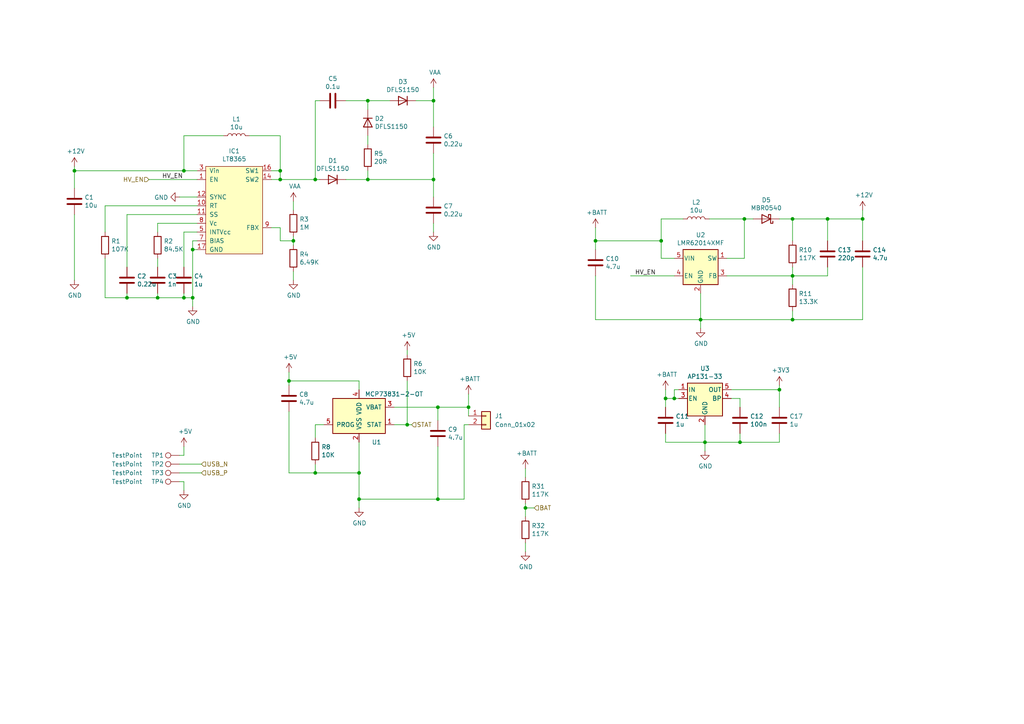
<source format=kicad_sch>
(kicad_sch (version 20211123) (generator eeschema)
  (paper "A4")
  (lib_symbols
    (symbol "Battery_Management:MCP73831-2-OT" (pin_names (offset 1.016))
      (property "Reference" "U" (at -7.62 6.35 0))
      (property "Value" "MCP73831-2-OT" (at 1.27 6.35 0))
      (symbol "MCP73831-2-OT_0_1"
        (rectangle (start -7.62 5.08) (end 7.62 -5.08) (stroke (width 0.254)) (fill (type background)))
      )
      (symbol "MCP73831-2-OT_1_1"
        (pin output line (at 10.16 -2.54 180) (length 2.54) (name "STAT") (number "1"))
        (pin power_in line (at 0 -7.62 90) (length 2.54) (name "VSS") (number "2"))
        (pin power_out line (at 10.16 2.54 180) (length 2.54) (name "VBAT") (number "3"))
        (pin power_in line (at 0 7.62 270) (length 2.54) (name "VDD") (number "4"))
        (pin input line (at -10.16 -2.54 0) (length 2.54) (name "PROG") (number "5"))
      )
    )
    (symbol "Connector:TestPoint" (pin_numbers hide) (pin_names (offset 0.762) hide)
      (property "Reference" "TP" (at 0 6.858 0))
      (property "Value" "TestPoint" (at 0 5.08 0))
      (symbol "TestPoint_0_1"
        (circle (center 0 3.302) (radius 0.762))
      )
      (symbol "TestPoint_1_1"
        (pin passive line (at 0 0 90) (length 2.54) (name "1") (number "1"))
      )
    )
    (symbol "Connector_Generic:Conn_01x02" (pin_names (offset 1.016) hide)
      (property "Reference" "J" (at 0 2.54 0))
      (property "Value" "Conn_01x02" (at 0 -5.08 0))
      (symbol "Conn_01x02_1_1"
        (rectangle (start -1.27 -2.413) (end 0 -2.667) (stroke (width 0.1524)))
        (rectangle (start -1.27 0.127) (end 0 -0.127) (stroke (width 0.1524)))
        (rectangle (start -1.27 1.27) (end 1.27 -3.81) (stroke (width 0.254)) (fill (type background)))
        (pin passive line (at -5.08 0 0) (length 3.81) (name "Pin_1") (number "1"))
        (pin passive line (at -5.08 -2.54 0) (length 3.81) (name "Pin_2") (number "2"))
      )
    )
    (symbol "Device:C" (pin_numbers hide) (pin_names (offset 0.254))
      (property "Reference" "C" (at 0.635 2.54 0))
      (property "Value" "C" (at 0.635 -2.54 0))
      (symbol "C_0_1"
        (polyline (pts (xy -2.032 -0.762) (xy 2.032 -0.762)) (stroke (width 0.508)))
        (polyline (pts (xy -2.032 0.762) (xy 2.032 0.762)) (stroke (width 0.508)))
      )
      (symbol "C_1_1"
        (pin passive line (at 0 3.81 270) (length 2.794) (name "~") (number "1"))
        (pin passive line (at 0 -3.81 90) (length 2.794) (name "~") (number "2"))
      )
    )
    (symbol "Device:D" (pin_numbers hide) (pin_names (offset 1.016) hide)
      (property "Reference" "D" (at 0 2.54 0))
      (property "Value" "D" (at 0 -2.54 0))
      (symbol "D_0_1"
        (polyline (pts (xy -1.27 1.27) (xy -1.27 -1.27)) (stroke (width 0.254)))
        (polyline (pts (xy 1.27 0) (xy -1.27 0)))
        (polyline (pts (xy 1.27 1.27) (xy 1.27 -1.27) (xy -1.27 0) (xy 1.27 1.27)) (stroke (width 0.254)))
      )
      (symbol "D_1_1"
        (pin passive line (at -3.81 0 0) (length 2.54) (name "K") (number "1"))
        (pin passive line (at 3.81 0 180) (length 2.54) (name "A") (number "2"))
      )
    )
    (symbol "Device:L" (pin_numbers hide) (pin_names (offset 1.016) hide)
      (property "Reference" "L" (at -1.27 0 90))
      (property "Value" "L" (at 1.905 0 90))
      (symbol "L_0_1"
        (arc (start 0 -2.54) (mid 0.635 -1.905) (end 0 -1.27))
        (arc (start 0 -1.27) (mid 0.635 -0.635) (end 0 0))
        (arc (start 0 0) (mid 0.635 0.635) (end 0 1.27))
        (arc (start 0 1.27) (mid 0.635 1.905) (end 0 2.54))
      )
      (symbol "L_1_1"
        (pin passive line (at 0 3.81 270) (length 1.27) (name "1") (number "1"))
        (pin passive line (at 0 -3.81 90) (length 1.27) (name "2") (number "2"))
      )
    )
    (symbol "Device:R" (pin_numbers hide) (pin_names (offset 0))
      (property "Reference" "R" (at 2.032 0 90))
      (property "Value" "R" (at 0 0 90))
      (symbol "R_0_1"
        (rectangle (start -1.016 -2.54) (end 1.016 2.54) (stroke (width 0.254)))
      )
      (symbol "R_1_1"
        (pin passive line (at 0 3.81 270) (length 1.27) (name "~") (number "1"))
        (pin passive line (at 0 -3.81 90) (length 1.27) (name "~") (number "2"))
      )
    )
    (symbol "Diode:MBR0540" (pin_numbers hide) (pin_names (offset 1.016) hide)
      (property "Reference" "D" (at 0 2.54 0))
      (property "Value" "MBR0540" (at 0 -2.54 0))
      (symbol "MBR0540_0_1"
        (polyline (pts (xy 1.27 0) (xy -1.27 0)))
        (polyline (pts (xy 1.27 1.27) (xy 1.27 -1.27) (xy -1.27 0) (xy 1.27 1.27)) (stroke (width 0.254)))
        (polyline (pts (xy -1.905 0.635) (xy -1.905 1.27) (xy -1.27 1.27) (xy -1.27 -1.27) (xy -0.635 -1.27) (xy -0.635 -0.635)) (stroke (width 0.254)))
      )
      (symbol "MBR0540_1_1"
        (pin passive line (at -3.81 0 0) (length 2.54) (name "K") (number "1"))
        (pin passive line (at 3.81 0 180) (length 2.54) (name "A") (number "2"))
      )
    )
    (symbol "Regulator_Linear:AP131-33" (pin_names (offset 0.254))
      (property "Reference" "U" (at -3.81 5.715 0))
      (property "Value" "AP131-33" (at 0 5.715 0))
      (symbol "AP131-33_0_1"
        (rectangle (start -5.08 4.445) (end 5.08 -5.08) (stroke (width 0.254)) (fill (type background)))
      )
      (symbol "AP131-33_1_1"
        (pin power_in line (at -7.62 2.54 0) (length 2.54) (name "IN") (number "1"))
        (pin power_in line (at 0 -7.62 90) (length 2.54) (name "GND") (number "2"))
        (pin input line (at -7.62 0 0) (length 2.54) (name "EN") (number "3"))
        (pin input line (at 7.62 0 180) (length 2.54) (name "BP") (number "4"))
        (pin power_out line (at 7.62 2.54 180) (length 2.54) (name "OUT") (number "5"))
      )
    )
    (symbol "Regulator_Switching:LMR62014XMF" (pin_names (offset 0.254))
      (property "Reference" "U" (at -5.08 6.35 0))
      (property "Value" "LMR62014XMF" (at 0 6.35 0))
      (symbol "LMR62014XMF_0_1"
        (rectangle (start -5.08 5.08) (end 5.08 -5.08) (stroke (width 0.254)) (fill (type background)))
      )
      (symbol "LMR62014XMF_1_1"
        (pin output line (at 7.62 2.54 180) (length 2.54) (name "SW") (number "1"))
        (pin power_in line (at 0 -7.62 90) (length 2.54) (name "GND") (number "2"))
        (pin input line (at 7.62 -2.54 180) (length 2.54) (name "FB") (number "3"))
        (pin input line (at -7.62 -2.54 0) (length 2.54) (name "EN") (number "4"))
        (pin input line (at -7.62 2.54 0) (length 2.54) (name "VIN") (number "5"))
      )
    )
    (symbol "power:+12V" (power) (pin_names (offset 0))
      (property "Value" "+12V" (at 0 3.556 0))
      (symbol "+12V_0_1"
        (polyline (pts (xy -0.762 1.27) (xy 0 2.54)))
        (polyline (pts (xy 0 0) (xy 0 2.54)))
        (polyline (pts (xy 0 2.54) (xy 0.762 1.27)))
      )
      (symbol "+12V_1_1"
        (pin power_in line (at 0 0 90) (length 0) hide (name "+12V") (number "1"))
      )
    )
    (symbol "power:+3.3V" (power) (pin_names (offset 0))
      (property "Value" "+3.3V" (at 0 3.556 0))
      (symbol "+3.3V_0_1"
        (polyline (pts (xy -0.762 1.27) (xy 0 2.54)))
        (polyline (pts (xy 0 0) (xy 0 2.54)))
        (polyline (pts (xy 0 2.54) (xy 0.762 1.27)))
      )
      (symbol "+3.3V_1_1"
        (pin power_in line (at 0 0 90) (length 0) hide (name "+3V3") (number "1"))
      )
    )
    (symbol "power:+5V" (power) (pin_names (offset 0))
      (property "Value" "+5V" (at 0 3.556 0))
      (symbol "+5V_0_1"
        (polyline (pts (xy -0.762 1.27) (xy 0 2.54)))
        (polyline (pts (xy 0 0) (xy 0 2.54)))
        (polyline (pts (xy 0 2.54) (xy 0.762 1.27)))
      )
      (symbol "+5V_1_1"
        (pin power_in line (at 0 0 90) (length 0) hide (name "+5V") (number "1"))
      )
    )
    (symbol "power:+BATT" (power) (pin_names (offset 0))
      (property "Value" "+BATT" (at 0 3.556 0))
      (symbol "+BATT_0_1"
        (polyline (pts (xy -0.762 1.27) (xy 0 2.54)))
        (polyline (pts (xy 0 0) (xy 0 2.54)))
        (polyline (pts (xy 0 2.54) (xy 0.762 1.27)))
      )
      (symbol "+BATT_1_1"
        (pin power_in line (at 0 0 90) (length 0) hide (name "+BATT") (number "1"))
      )
    )
    (symbol "power:GND" (power) (pin_names (offset 0))
      (property "Value" "GND" (at 0 -3.81 0))
      (symbol "GND_0_1"
        (polyline (pts (xy 0 0) (xy 0 -1.27) (xy 1.27 -1.27) (xy 0 -2.54) (xy -1.27 -1.27) (xy 0 -1.27)))
      )
      (symbol "GND_1_1"
        (pin power_in line (at 0 0 270) (length 0) hide (name "GND") (number "1"))
      )
    )
    (symbol "power:VAA" (power) (pin_names (offset 0))
      (property "Value" "VAA" (at 0 3.81 0))
      (symbol "VAA_0_1"
        (polyline (pts (xy -0.762 1.27) (xy 0 2.54)))
        (polyline (pts (xy 0 0) (xy 0 2.54)))
        (polyline (pts (xy 0 2.54) (xy 0.762 1.27)))
      )
      (symbol "VAA_1_1"
        (pin power_in line (at 0 0 90) (length 0) hide (name "VAA") (number "1"))
      )
    )
    (symbol "riklib:LT8365" (pin_names (offset 1.016))
      (property "Reference" "IC" (at -5.08 8.89 0))
      (property "Value" "LT8365" (at -3.81 -19.05 0))
      (symbol "LT8365_0_1"
        (rectangle (start -7.62 7.62) (end 8.89 -17.78) (fill (type background)))
      )
      (symbol "LT8365_1_1"
        (pin input line (at -10.16 3.81 0) (length 2.54) (name "EN") (number "1"))
        (pin input line (at -10.16 -3.81 0) (length 2.54) (name "RT") (number "10"))
        (pin input line (at -10.16 -6.35 0) (length 2.54) (name "SS") (number "11"))
        (pin input line (at -10.16 -1.27 0) (length 2.54) (name "SYNC") (number "12"))
        (pin input line (at 11.43 3.81 180) (length 2.54) (name "SW2") (number "14"))
        (pin input line (at 11.43 6.35 180) (length 2.54) (name "SW1") (number "16"))
        (pin input line (at -10.16 -16.51 0) (length 2.54) (name "GND") (number "17"))
        (pin input line (at -10.16 6.35 0) (length 2.54) (name "Vin") (number "3"))
        (pin input line (at -10.16 -11.43 0) (length 2.54) (name "INTVcc") (number "5"))
        (pin input line (at -10.16 -13.97 0) (length 2.54) (name "BIAS") (number "7"))
        (pin input line (at -10.16 -8.89 0) (length 2.54) (name "Vc") (number "8"))
        (pin input line (at 11.43 -10.16 180) (length 2.54) (name "FBX") (number "9"))
      )
    )
  )
  (junction (at 106.68 29.21))
  (junction (at 250.19 63.5))
  (junction (at 53.34 49.53))
  (junction (at 191.77 69.85))
  (junction (at 172.72 69.85))
  (junction (at 118.11 123.19))
  (junction (at 85.09 69.85))
  (junction (at 215.9 63.5))
  (junction (at 204.47 128.27))
  (junction (at 127 118.11))
  (junction (at 45.72 86.36))
  (junction (at 203.2 92.71))
  (junction (at 55.88 72.39))
  (junction (at 53.34 86.36))
  (junction (at 229.87 63.5))
  (junction (at 229.87 92.71))
  (junction (at 125.73 52.07))
  (junction (at 81.28 52.07))
  (junction (at 193.04 115.57))
  (junction (at 135.89 118.11))
  (junction (at 226.06 113.03))
  (junction (at 55.88 86.36))
  (junction (at 104.14 144.78))
  (junction (at 81.28 49.53))
  (junction (at 36.83 86.36))
  (junction (at 127 144.78))
  (junction (at 91.44 52.07))
  (junction (at 229.87 80.01))
  (junction (at 125.73 29.21))
  (junction (at 195.58 115.57))
  (junction (at 104.14 137.16))
  (junction (at 91.44 137.16))
  (junction (at 21.59 49.53))
  (junction (at 106.68 52.07))
  (junction (at 240.03 63.5))
  (junction (at 83.82 110.49))
  (junction (at 152.4 147.32))
  (junction (at 214.63 128.27))
  (wire (pts (xy 57.15 72.39) (xy 55.88 72.39)))
  (wire (pts (xy 193.04 128.27) (xy 204.47 128.27)))
  (wire (pts (xy 45.72 64.77) (xy 45.72 67.31)))
  (wire (pts (xy 91.44 52.07) (xy 81.28 52.07)))
  (wire (pts (xy 93.98 123.19) (xy 91.44 123.19)))
  (wire (pts (xy 152.4 147.32) (xy 154.94 147.32)))
  (wire (pts (xy 195.58 113.03) (xy 195.58 115.57)))
  (wire (pts (xy 53.34 86.36) (xy 45.72 86.36)))
  (wire (pts (xy 196.85 113.03) (xy 195.58 113.03)))
  (wire (pts (xy 53.34 39.37) (xy 53.34 49.53)))
  (wire (pts (xy 91.44 137.16) (xy 104.14 137.16)))
  (wire (pts (xy 85.09 60.96) (xy 85.09 58.42)))
  (wire (pts (xy 45.72 74.93) (xy 45.72 77.47)))
  (wire (pts (xy 21.59 48.26) (xy 21.59 49.53)))
  (wire (pts (xy 127 118.11) (xy 135.89 118.11)))
  (wire (pts (xy 135.89 123.19) (xy 134.62 123.19)))
  (wire (pts (xy 229.87 92.71) (xy 229.87 90.17)))
  (wire (pts (xy 53.34 77.47) (xy 53.34 67.31)))
  (wire (pts (xy 182.88 80.01) (xy 195.58 80.01)))
  (wire (pts (xy 152.4 147.32) (xy 152.4 149.86)))
  (wire (pts (xy 191.77 63.5) (xy 191.77 69.85)))
  (wire (pts (xy 52.07 137.16) (xy 58.42 137.16)))
  (wire (pts (xy 250.19 60.96) (xy 250.19 63.5)))
  (wire (pts (xy 91.44 29.21) (xy 91.44 52.07)))
  (wire (pts (xy 104.14 147.32) (xy 104.14 144.78)))
  (wire (pts (xy 106.68 31.75) (xy 106.68 29.21)))
  (wire (pts (xy 91.44 134.62) (xy 91.44 137.16)))
  (wire (pts (xy 193.04 118.11) (xy 193.04 115.57)))
  (wire (pts (xy 229.87 63.5) (xy 240.03 63.5)))
  (wire (pts (xy 203.2 85.09) (xy 203.2 92.71)))
  (wire (pts (xy 106.68 52.07) (xy 106.68 49.53)))
  (wire (pts (xy 195.58 115.57) (xy 193.04 115.57)))
  (wire (pts (xy 191.77 74.93) (xy 195.58 74.93)))
  (wire (pts (xy 205.74 63.5) (xy 215.9 63.5)))
  (wire (pts (xy 172.72 92.71) (xy 203.2 92.71)))
  (wire (pts (xy 52.07 132.08) (xy 53.34 132.08)))
  (wire (pts (xy 114.3 118.11) (xy 127 118.11)))
  (wire (pts (xy 81.28 49.53) (xy 78.74 49.53)))
  (wire (pts (xy 125.73 52.07) (xy 125.73 57.15)))
  (wire (pts (xy 240.03 63.5) (xy 250.19 63.5)))
  (wire (pts (xy 214.63 128.27) (xy 214.63 125.73)))
  (wire (pts (xy 53.34 139.7) (xy 53.34 142.24)))
  (wire (pts (xy 152.4 157.48) (xy 152.4 160.02)))
  (wire (pts (xy 91.44 123.19) (xy 91.44 127)))
  (wire (pts (xy 212.09 113.03) (xy 226.06 113.03)))
  (wire (pts (xy 21.59 81.28) (xy 21.59 62.23)))
  (wire (pts (xy 229.87 80.01) (xy 210.82 80.01)))
  (wire (pts (xy 104.14 137.16) (xy 104.14 128.27)))
  (wire (pts (xy 100.33 52.07) (xy 106.68 52.07)))
  (wire (pts (xy 229.87 80.01) (xy 240.03 80.01)))
  (wire (pts (xy 193.04 125.73) (xy 193.04 128.27)))
  (wire (pts (xy 226.06 128.27) (xy 226.06 125.73)))
  (wire (pts (xy 226.06 113.03) (xy 226.06 111.76)))
  (wire (pts (xy 125.73 67.31) (xy 125.73 64.77)))
  (wire (pts (xy 125.73 25.4) (xy 125.73 29.21)))
  (wire (pts (xy 240.03 80.01) (xy 240.03 77.47)))
  (wire (pts (xy 203.2 95.25) (xy 203.2 92.71)))
  (wire (pts (xy 196.85 115.57) (xy 195.58 115.57)))
  (wire (pts (xy 204.47 128.27) (xy 204.47 123.19)))
  (wire (pts (xy 125.73 29.21) (xy 125.73 36.83)))
  (wire (pts (xy 43.18 52.07) (xy 57.15 52.07)))
  (wire (pts (xy 81.28 66.04) (xy 81.28 69.85)))
  (wire (pts (xy 134.62 144.78) (xy 127 144.78)))
  (wire (pts (xy 226.06 113.03) (xy 226.06 118.11)))
  (wire (pts (xy 72.39 39.37) (xy 81.28 39.37)))
  (wire (pts (xy 203.2 92.71) (xy 229.87 92.71)))
  (wire (pts (xy 55.88 72.39) (xy 55.88 86.36)))
  (wire (pts (xy 57.15 62.23) (xy 36.83 62.23)))
  (wire (pts (xy 21.59 49.53) (xy 53.34 49.53)))
  (wire (pts (xy 53.34 86.36) (xy 53.34 85.09)))
  (wire (pts (xy 120.65 29.21) (xy 125.73 29.21)))
  (wire (pts (xy 53.34 67.31) (xy 57.15 67.31)))
  (wire (pts (xy 214.63 128.27) (xy 226.06 128.27)))
  (wire (pts (xy 52.07 139.7) (xy 53.34 139.7)))
  (wire (pts (xy 204.47 130.81) (xy 204.47 128.27)))
  (wire (pts (xy 57.15 64.77) (xy 45.72 64.77)))
  (wire (pts (xy 55.88 86.36) (xy 53.34 86.36)))
  (wire (pts (xy 53.34 49.53) (xy 57.15 49.53)))
  (wire (pts (xy 30.48 59.69) (xy 30.48 67.31)))
  (wire (pts (xy 30.48 86.36) (xy 36.83 86.36)))
  (wire (pts (xy 104.14 144.78) (xy 104.14 137.16)))
  (wire (pts (xy 193.04 115.57) (xy 193.04 113.03)))
  (wire (pts (xy 83.82 107.95) (xy 83.82 110.49)))
  (wire (pts (xy 212.09 115.57) (xy 214.63 115.57)))
  (wire (pts (xy 172.72 72.39) (xy 172.72 69.85)))
  (wire (pts (xy 52.07 57.15) (xy 57.15 57.15)))
  (wire (pts (xy 229.87 63.5) (xy 229.87 69.85)))
  (wire (pts (xy 57.15 69.85) (xy 55.88 69.85)))
  (wire (pts (xy 135.89 118.11) (xy 135.89 120.65)))
  (wire (pts (xy 152.4 146.05) (xy 152.4 147.32)))
  (wire (pts (xy 229.87 80.01) (xy 229.87 77.47)))
  (wire (pts (xy 250.19 92.71) (xy 250.19 77.47)))
  (wire (pts (xy 52.07 134.62) (xy 58.42 134.62)))
  (wire (pts (xy 172.72 69.85) (xy 191.77 69.85)))
  (wire (pts (xy 83.82 110.49) (xy 83.82 111.76)))
  (wire (pts (xy 172.72 80.01) (xy 172.72 92.71)))
  (wire (pts (xy 106.68 52.07) (xy 125.73 52.07)))
  (wire (pts (xy 152.4 135.89) (xy 152.4 138.43)))
  (wire (pts (xy 106.68 29.21) (xy 113.03 29.21)))
  (wire (pts (xy 106.68 39.37) (xy 106.68 41.91)))
  (wire (pts (xy 64.77 39.37) (xy 53.34 39.37)))
  (wire (pts (xy 83.82 110.49) (xy 104.14 110.49)))
  (wire (pts (xy 104.14 110.49) (xy 104.14 113.03)))
  (wire (pts (xy 229.87 92.71) (xy 250.19 92.71)))
  (wire (pts (xy 214.63 115.57) (xy 214.63 118.11)))
  (wire (pts (xy 53.34 132.08) (xy 53.34 129.54)))
  (wire (pts (xy 78.74 66.04) (xy 81.28 66.04)))
  (wire (pts (xy 191.77 69.85) (xy 191.77 74.93)))
  (wire (pts (xy 127 129.54) (xy 127 144.78)))
  (wire (pts (xy 215.9 63.5) (xy 218.44 63.5)))
  (wire (pts (xy 226.06 63.5) (xy 229.87 63.5)))
  (wire (pts (xy 85.09 69.85) (xy 85.09 68.58)))
  (wire (pts (xy 81.28 39.37) (xy 81.28 49.53)))
  (wire (pts (xy 172.72 66.04) (xy 172.72 69.85)))
  (wire (pts (xy 118.11 101.6) (xy 118.11 102.87)))
  (wire (pts (xy 30.48 86.36) (xy 30.48 74.93)))
  (wire (pts (xy 240.03 63.5) (xy 240.03 69.85)))
  (wire (pts (xy 57.15 59.69) (xy 30.48 59.69)))
  (wire (pts (xy 204.47 128.27) (xy 214.63 128.27)))
  (wire (pts (xy 229.87 82.55) (xy 229.87 80.01)))
  (wire (pts (xy 85.09 71.12) (xy 85.09 69.85)))
  (wire (pts (xy 100.33 29.21) (xy 106.68 29.21)))
  (wire (pts (xy 81.28 52.07) (xy 81.28 49.53)))
  (wire (pts (xy 127 121.92) (xy 127 118.11)))
  (wire (pts (xy 21.59 54.61) (xy 21.59 49.53)))
  (wire (pts (xy 114.3 123.19) (xy 118.11 123.19)))
  (wire (pts (xy 81.28 69.85) (xy 85.09 69.85)))
  (wire (pts (xy 135.89 114.3) (xy 135.89 118.11)))
  (wire (pts (xy 83.82 119.38) (xy 83.82 137.16)))
  (wire (pts (xy 250.19 63.5) (xy 250.19 69.85)))
  (wire (pts (xy 92.71 29.21) (xy 91.44 29.21)))
  (wire (pts (xy 55.88 86.36) (xy 55.88 88.9)))
  (wire (pts (xy 36.83 62.23) (xy 36.83 77.47)))
  (wire (pts (xy 118.11 110.49) (xy 118.11 123.19)))
  (wire (pts (xy 104.14 144.78) (xy 127 144.78)))
  (wire (pts (xy 85.09 81.28) (xy 85.09 78.74)))
  (wire (pts (xy 134.62 123.19) (xy 134.62 144.78)))
  (wire (pts (xy 36.83 86.36) (xy 36.83 85.09)))
  (wire (pts (xy 215.9 63.5) (xy 215.9 74.93)))
  (wire (pts (xy 78.74 52.07) (xy 81.28 52.07)))
  (wire (pts (xy 125.73 44.45) (xy 125.73 52.07)))
  (wire (pts (xy 45.72 86.36) (xy 36.83 86.36)))
  (wire (pts (xy 45.72 86.36) (xy 45.72 85.09)))
  (wire (pts (xy 55.88 69.85) (xy 55.88 72.39)))
  (wire (pts (xy 215.9 74.93) (xy 210.82 74.93)))
  (wire (pts (xy 118.11 123.19) (xy 119.38 123.19)))
  (wire (pts (xy 91.44 52.07) (xy 92.71 52.07)))
  (wire (pts (xy 83.82 137.16) (xy 91.44 137.16)))
  (wire (pts (xy 198.12 63.5) (xy 191.77 63.5)))
  (label "HV_EN" (at 46.99 52.07 0))
  (label "HV_EN" (at 184.15 80.01 0))
  (hierarchical_label "USB_P" (shape input) (at 58.42 137.16 0))
  (hierarchical_label "STAT" (shape input) (at 119.38 123.19 0))
  (hierarchical_label "HV_EN" (shape input) (at 43.18 52.07 180))
  (hierarchical_label "BAT" (shape input) (at 154.94 147.32 0))
  (hierarchical_label "USB_N" (shape input) (at 58.42 134.62 0))
  (symbol (lib_id "riklib:LT8365") (at 67.31 55.88 0) (unit 1)
    (property "Reference" "IC1" (at 67.945 43.815 0))
    (property "Value" "LT8365" (at 67.945 46.1264 0))
    (property "Footprint" "riklib:MSOP-16-3x4.039_HV" (effects hide))
  )
  (symbol (lib_id "Device:C") (at 21.59 58.42 0) (unit 1)
    (property "Reference" "C1" (at 24.511 57.2516 0) (effects (justify left)))
    (property "Value" "10u" (at 24.511 59.563 0) (effects (justify left)))
    (property "Footprint" "Capacitor_SMD:C_0805_2012Metric_Pad1.15x1.40mm_HandSolder" (effects hide))
  )
  (symbol (lib_id "power:+12V") (at 21.59 48.26 0) (unit 1)
    (property "Reference" "#PWR01" (effects hide))
    (property "Value" "+12V" (at 21.971 43.8658 0))
  )
  (symbol (lib_id "power:GND") (at 21.59 81.28 0) (unit 1)
    (property "Reference" "#PWR02" (effects hide))
    (property "Value" "GND" (at 21.717 85.6742 0))
  )
  (symbol (lib_id "Device:L") (at 68.58 39.37 90) (unit 1)
    (property "Reference" "L1" (at 68.58 34.544 90))
    (property "Value" "10u" (at 68.58 36.8554 90))
    (property "Footprint" "Inductor_SMD:L_Coilcraft_XxL4020" (effects hide))
  )
  (symbol (lib_id "Device:D") (at 96.52 52.07 180) (unit 1)
    (property "Reference" "D1" (at 96.52 46.5836 0))
    (property "Value" "DFLS1150" (at 96.52 48.895 0))
    (property "Footprint" "Diode_SMD:D_SOD-123" (effects hide))
  )
  (symbol (lib_id "Device:C") (at 96.52 29.21 90) (unit 1)
    (property "Reference" "C5" (at 96.52 22.8092 90))
    (property "Value" "0.1u" (at 96.52 25.1206 90))
    (property "Footprint" "Capacitor_SMD:C_1206_3216Metric" (effects hide))
  )
  (symbol (lib_id "Device:R") (at 106.68 45.72 0) (unit 1)
    (property "Reference" "R5" (at 108.458 44.5516 0) (effects (justify left)))
    (property "Value" "20R" (at 108.458 46.863 0) (effects (justify left)))
    (property "Footprint" "Resistor_SMD:R_0603_1608Metric" (effects hide))
  )
  (symbol (lib_id "Device:D") (at 106.68 35.56 270) (unit 1)
    (property "Reference" "D2" (at 108.6866 34.3916 90) (effects (justify left)))
    (property "Value" "DFLS1150" (at 108.6866 36.703 90) (effects (justify left)))
    (property "Footprint" "Diode_SMD:D_SOD-123" (effects hide))
  )
  (symbol (lib_id "Device:D") (at 116.84 29.21 180) (unit 1)
    (property "Reference" "D3" (at 116.84 23.7236 0))
    (property "Value" "DFLS1150" (at 116.84 26.035 0))
    (property "Footprint" "Diode_SMD:D_SOD-123" (effects hide))
  )
  (symbol (lib_id "Device:C") (at 125.73 40.64 0) (unit 1)
    (property "Reference" "C6" (at 128.651 39.4716 0) (effects (justify left)))
    (property "Value" "0.22u" (at 128.651 41.783 0) (effects (justify left)))
    (property "Footprint" "Capacitor_SMD:C_1206_3216Metric" (effects hide))
  )
  (symbol (lib_id "Device:C") (at 125.73 60.96 0) (unit 1)
    (property "Reference" "C7" (at 128.651 59.7916 0) (effects (justify left)))
    (property "Value" "0.22u" (at 128.651 62.103 0) (effects (justify left)))
    (property "Footprint" "Capacitor_SMD:C_1206_3216Metric" (effects hide))
  )
  (symbol (lib_id "power:GND") (at 125.73 67.31 0) (unit 1)
    (property "Reference" "#PWR08" (effects hide))
    (property "Value" "GND" (at 125.857 71.7042 0))
  )
  (symbol (lib_id "power:VAA") (at 125.73 25.4 0) (unit 1)
    (property "Reference" "#PWR07" (effects hide))
    (property "Value" "VAA" (at 126.1618 21.0058 0))
  )
  (symbol (lib_id "power:VAA") (at 85.09 58.42 0) (unit 1)
    (property "Reference" "#PWR05" (effects hide))
    (property "Value" "VAA" (at 85.5218 54.0258 0))
  )
  (symbol (lib_id "Device:R") (at 85.09 64.77 0) (unit 1)
    (property "Reference" "R3" (at 86.868 63.6016 0) (effects (justify left)))
    (property "Value" "1M" (at 86.868 65.913 0) (effects (justify left)))
    (property "Footprint" "Resistor_SMD:R_1206_3216Metric" (effects hide))
  )
  (symbol (lib_id "Device:R") (at 85.09 74.93 0) (unit 1)
    (property "Reference" "R4" (at 86.868 73.7616 0) (effects (justify left)))
    (property "Value" "6.49K" (at 86.868 76.073 0) (effects (justify left)))
    (property "Footprint" "Resistor_SMD:R_0603_1608Metric" (effects hide))
  )
  (symbol (lib_id "power:GND") (at 85.09 81.28 0) (unit 1)
    (property "Reference" "#PWR06" (effects hide))
    (property "Value" "GND" (at 85.217 85.6742 0))
  )
  (symbol (lib_id "Battery_Management:MCP73831-2-OT") (at 104.14 120.65 0) (unit 1)
    (property "Reference" "U1" (at 109.22 128.27 0))
    (property "Value" "MCP73831-2-OT" (at 114.3 114.3 0))
    (property "Footprint" "Package_TO_SOT_SMD:SOT-23-5" (effects hide))
    (property "Datasheet" "http://ww1.microchip.com/downloads/en/DeviceDoc/20001984g.pdf" (effects hide))
  )
  (symbol (lib_id "power:+5V") (at 53.34 129.54 0) (unit 1)
    (property "Reference" "#PWR010" (effects hide))
    (property "Value" "+5V" (at 53.721 125.1458 0))
  )
  (symbol (lib_id "Device:C") (at 53.34 81.28 0) (unit 1)
    (property "Reference" "C4" (at 56.261 80.1116 0) (effects (justify left)))
    (property "Value" "1u" (at 56.261 82.423 0) (effects (justify left)))
    (property "Footprint" "Capacitor_SMD:C_0603_1608Metric" (effects hide))
  )
  (symbol (lib_id "Device:R") (at 45.72 71.12 0) (unit 1)
    (property "Reference" "R2" (at 47.498 69.9516 0) (effects (justify left)))
    (property "Value" "84.5K" (at 47.498 72.263 0) (effects (justify left)))
    (property "Footprint" "Resistor_SMD:R_0603_1608Metric" (effects hide))
  )
  (symbol (lib_id "Device:C") (at 45.72 81.28 0) (unit 1)
    (property "Reference" "C3" (at 48.641 80.1116 0) (effects (justify left)))
    (property "Value" "1n" (at 48.641 82.423 0) (effects (justify left)))
    (property "Footprint" "Capacitor_SMD:C_0603_1608Metric" (effects hide))
  )
  (symbol (lib_id "Device:C") (at 36.83 81.28 0) (unit 1)
    (property "Reference" "C2" (at 39.751 80.1116 0) (effects (justify left)))
    (property "Value" "0.22u" (at 39.751 82.423 0) (effects (justify left)))
    (property "Footprint" "Capacitor_SMD:C_0603_1608Metric" (effects hide))
  )
  (symbol (lib_id "Device:R") (at 30.48 71.12 0) (unit 1)
    (property "Reference" "R1" (at 32.258 69.9516 0) (effects (justify left)))
    (property "Value" "107K" (at 32.258 72.263 0) (effects (justify left)))
    (property "Footprint" "Resistor_SMD:R_0603_1608Metric" (effects hide))
  )
  (symbol (lib_id "power:GND") (at 55.88 88.9 0) (unit 1)
    (property "Reference" "#PWR04" (effects hide))
    (property "Value" "GND" (at 56.007 93.2942 0))
  )
  (symbol (lib_id "power:GND") (at 52.07 57.15 270) (unit 1)
    (property "Reference" "#PWR03" (effects hide))
    (property "Value" "GND" (at 48.8188 57.277 90) (effects (justify right)))
  )
  (symbol (lib_id "power:GND") (at 53.34 142.24 0) (unit 1)
    (property "Reference" "#PWR09" (effects hide))
    (property "Value" "GND" (at 53.467 146.6342 0))
  )
  (symbol (lib_id "Device:C") (at 83.82 115.57 0) (unit 1)
    (property "Reference" "C8" (at 86.741 114.4016 0) (effects (justify left)))
    (property "Value" "4.7u" (at 86.741 116.713 0) (effects (justify left)))
    (property "Footprint" "Capacitor_SMD:C_0603_1608Metric" (effects hide))
  )
  (symbol (lib_id "Device:R") (at 91.44 130.81 0) (unit 1)
    (property "Reference" "R8" (at 93.218 129.6416 0) (effects (justify left)))
    (property "Value" "10K" (at 93.218 131.953 0) (effects (justify left)))
    (property "Footprint" "Resistor_SMD:R_0603_1608Metric" (effects hide))
  )
  (symbol (lib_id "power:+5V") (at 83.82 107.95 0) (unit 1)
    (property "Reference" "#PWR012" (effects hide))
    (property "Value" "+5V" (at 84.201 103.5558 0))
  )
  (symbol (lib_id "Device:C") (at 127 125.73 0) (unit 1)
    (property "Reference" "C9" (at 129.921 124.5616 0) (effects (justify left)))
    (property "Value" "4.7u" (at 129.921 126.873 0) (effects (justify left)))
    (property "Footprint" "Capacitor_SMD:C_0603_1608Metric" (effects hide))
  )
  (symbol (lib_id "power:GND") (at 104.14 147.32 0) (unit 1)
    (property "Reference" "#PWR013" (effects hide))
    (property "Value" "GND" (at 104.267 151.7142 0))
  )
  (symbol (lib_id "power:+BATT") (at 135.89 114.3 0) (unit 1)
    (property "Reference" "#PWR014" (effects hide))
    (property "Value" "+BATT" (at 136.271 109.9058 0))
  )
  (symbol (lib_id "power:+BATT") (at 193.04 113.03 0) (unit 1)
    (property "Reference" "#PWR016" (effects hide))
    (property "Value" "+BATT" (at 193.421 108.6358 0))
  )
  (symbol (lib_id "Device:C") (at 193.04 121.92 0) (unit 1)
    (property "Reference" "C11" (at 195.961 120.7516 0) (effects (justify left)))
    (property "Value" "1u" (at 195.961 123.063 0) (effects (justify left)))
    (property "Footprint" "Capacitor_SMD:C_0603_1608Metric" (effects hide))
  )
  (symbol (lib_id "Device:C") (at 214.63 121.92 0) (unit 1)
    (property "Reference" "C12" (at 217.551 120.7516 0) (effects (justify left)))
    (property "Value" "100n" (at 217.551 123.063 0) (effects (justify left)))
    (property "Footprint" "Capacitor_SMD:C_0603_1608Metric" (effects hide))
    (property "LCSC" "C14663" (effects hide))
  )
  (symbol (lib_id "power:+3.3V") (at 226.06 111.76 0) (unit 1)
    (property "Reference" "#PWR019" (effects hide))
    (property "Value" "+3.3V" (at 226.441 107.3658 0))
  )
  (symbol (lib_id "power:GND") (at 204.47 130.81 0) (unit 1)
    (property "Reference" "#PWR018" (effects hide))
    (property "Value" "GND" (at 204.597 135.2042 0))
  )
  (symbol (lib_id "Regulator_Switching:LMR62014XMF") (at 203.2 77.47 0) (unit 1)
    (property "Reference" "U2" (at 203.2 68.1482 0))
    (property "Value" "LMR62014XMF" (at 203.2 70.4596 0))
    (property "Footprint" "Package_TO_SOT_SMD:SOT-23-5" (effects hide))
    (property "Datasheet" "http://www.ti.com/lit/ds/symlink/lmr62014.pdf" (effects hide))
  )
  (symbol (lib_id "Device:L") (at 201.93 63.5 90) (unit 1)
    (property "Reference" "L2" (at 201.93 58.674 90))
    (property "Value" "10u" (at 201.93 60.9854 90))
    (property "Footprint" "Inductor_SMD:L_Coilcraft_XxL4020" (effects hide))
  )
  (symbol (lib_id "Device:C") (at 172.72 76.2 0) (unit 1)
    (property "Reference" "C10" (at 175.641 75.0316 0) (effects (justify left)))
    (property "Value" "4.7u" (at 175.641 77.343 0) (effects (justify left)))
    (property "Footprint" "Capacitor_SMD:C_0603_1608Metric" (effects hide))
  )
  (symbol (lib_id "Diode:MBR0540") (at 222.25 63.5 180) (unit 1)
    (property "Reference" "D5" (at 222.25 58.0136 0))
    (property "Value" "MBR0540" (at 222.25 60.325 0))
    (property "Footprint" "Diode_SMD:D_SOD-123" (effects hide))
    (property "Datasheet" "http://www.mccsemi.com/up_pdf/MBR0520~MBR0580(SOD123).pdf" (effects hide))
  )
  (symbol (lib_id "Device:C") (at 240.03 73.66 0) (unit 1)
    (property "Reference" "C13" (at 242.951 72.4916 0) (effects (justify left)))
    (property "Value" "220p" (at 242.951 74.803 0) (effects (justify left)))
    (property "Footprint" "Capacitor_SMD:C_0603_1608Metric" (effects hide))
  )
  (symbol (lib_id "Device:R") (at 229.87 86.36 0) (unit 1)
    (property "Reference" "R11" (at 231.648 85.1916 0) (effects (justify left)))
    (property "Value" "13.3K" (at 231.648 87.503 0) (effects (justify left)))
    (property "Footprint" "Resistor_SMD:R_0603_1608Metric" (effects hide))
  )
  (symbol (lib_id "Device:R") (at 229.87 73.66 0) (unit 1)
    (property "Reference" "R10" (at 231.648 72.4916 0) (effects (justify left)))
    (property "Value" "117K" (at 231.648 74.803 0) (effects (justify left)))
    (property "Footprint" "Resistor_SMD:R_0603_1608Metric" (effects hide))
  )
  (symbol (lib_id "Device:C") (at 250.19 73.66 0) (unit 1)
    (property "Reference" "C14" (at 253.111 72.4916 0) (effects (justify left)))
    (property "Value" "4.7u" (at 253.111 74.803 0) (effects (justify left)))
    (property "Footprint" "Capacitor_SMD:C_0603_1608Metric" (effects hide))
  )
  (symbol (lib_id "power:GND") (at 203.2 95.25 0) (unit 1)
    (property "Reference" "#PWR017" (effects hide))
    (property "Value" "GND" (at 203.327 99.6442 0))
  )
  (symbol (lib_id "power:+BATT") (at 172.72 66.04 0) (unit 1)
    (property "Reference" "#PWR015" (effects hide))
    (property "Value" "+BATT" (at 173.101 61.6458 0))
  )
  (symbol (lib_id "power:+12V") (at 250.19 60.96 0) (unit 1)
    (property "Reference" "#PWR020" (effects hide))
    (property "Value" "+12V" (at 250.571 56.5658 0))
  )
  (symbol (lib_id "Regulator_Linear:AP131-33") (at 204.47 115.57 0) (unit 1)
    (property "Reference" "U3" (at 204.47 106.8832 0))
    (property "Value" "AP131-33" (at 204.47 109.1946 0))
    (property "Footprint" "Package_TO_SOT_SMD:SOT-23-5" (effects hide))
    (property "Datasheet" "http://www.diodes.com/_files/datasheets/AP131.pdf" (effects hide))
  )
  (symbol (lib_id "Device:C") (at 226.06 121.92 0) (unit 1)
    (property "Reference" "C17" (at 228.981 120.7516 0) (effects (justify left)))
    (property "Value" "1u" (at 228.981 123.063 0) (effects (justify left)))
    (property "Footprint" "Capacitor_SMD:C_0603_1608Metric" (effects hide))
  )
  (symbol (lib_id "power:+BATT") (at 152.4 135.89 0) (unit 1)
    (property "Reference" "#PWR0105" (effects hide))
    (property "Value" "+BATT" (at 152.781 131.4958 0))
  )
  (symbol (lib_id "Device:R") (at 152.4 142.24 0) (unit 1)
    (property "Reference" "R31" (at 154.178 141.0716 0) (effects (justify left)))
    (property "Value" "117K" (at 154.178 143.383 0) (effects (justify left)))
    (property "Footprint" "Resistor_SMD:R_0603_1608Metric" (effects hide))
  )
  (symbol (lib_id "Connector:TestPoint") (at 52.07 132.08 90) (unit 1)
    (property "Reference" "TP1" (at 45.72 132.08 90))
    (property "Value" "TestPoint" (at 36.83 132.08 90))
    (property "Footprint" "TestPoint:TestPoint_Pad_D1.5mm" (effects hide))
  )
  (symbol (lib_id "Connector:TestPoint") (at 52.07 134.62 90) (unit 1)
    (property "Reference" "TP2" (at 45.72 134.62 90))
    (property "Value" "TestPoint" (at 36.83 134.62 90))
    (property "Footprint" "TestPoint:TestPoint_Pad_D1.5mm" (effects hide))
  )
  (symbol (lib_id "Connector_Generic:Conn_01x02") (at 140.97 120.65 0) (unit 1)
    (property "Reference" "J1" (at 143.51 120.6499 0) (effects (justify left)))
    (property "Value" "Conn_01x02" (at 143.51 123.1899 0) (effects (justify left)))
    (property "Footprint" "Connector_PinHeader_2.54mm:PinHeader_1x02_P2.54mm_Vertical" (effects hide))
  )
  (symbol (lib_id "Device:R") (at 152.4 153.67 0) (unit 1)
    (property "Reference" "R32" (at 154.178 152.5016 0) (effects (justify left)))
    (property "Value" "117K" (at 154.178 154.813 0) (effects (justify left)))
    (property "Footprint" "Resistor_SMD:R_0603_1608Metric" (effects hide))
  )
  (symbol (lib_id "Connector:TestPoint") (at 52.07 139.7 90) (unit 1)
    (property "Reference" "TP4" (at 45.72 139.7 90))
    (property "Value" "TestPoint" (at 36.83 139.7 90))
    (property "Footprint" "TestPoint:TestPoint_Pad_D1.5mm" (effects hide))
  )
  (symbol (lib_id "Connector:TestPoint") (at 52.07 137.16 90) (unit 1)
    (property "Reference" "TP3" (at 45.72 137.16 90))
    (property "Value" "TestPoint" (at 36.83 137.16 90))
    (property "Footprint" "TestPoint:TestPoint_Pad_D1.5mm" (effects hide))
  )
  (symbol (lib_id "power:+5V") (at 118.11 101.6 0) (unit 1)
    (property "Reference" "#PWR0116" (effects hide))
    (property "Value" "+5V" (at 118.491 97.2058 0))
  )
  (symbol (lib_id "Device:R") (at 118.11 106.68 0) (unit 1)
    (property "Reference" "R6" (at 119.888 105.5116 0) (effects (justify left)))
    (property "Value" "10K" (at 119.888 107.823 0) (effects (justify left)))
    (property "Footprint" "Resistor_SMD:R_0603_1608Metric" (effects hide))
  )
  (symbol (lib_id "power:GND") (at 152.4 160.02 0) (unit 1)
    (property "Reference" "#PWR0106" (effects hide))
    (property "Value" "GND" (at 152.527 164.4142 0))
  )
)
</source>
